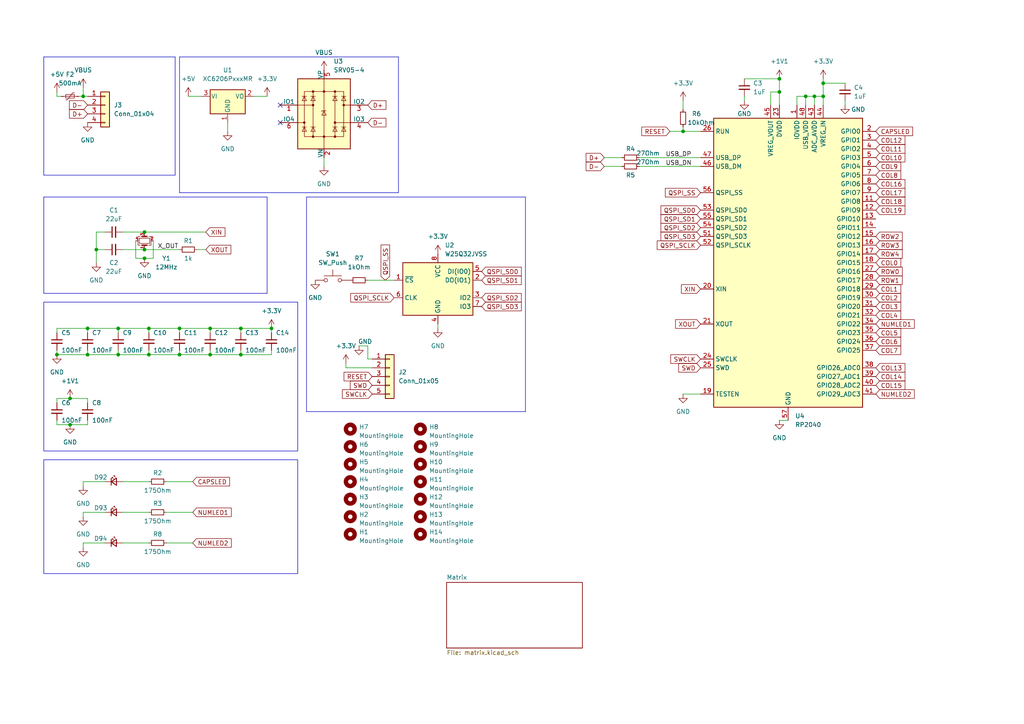
<source format=kicad_sch>
(kicad_sch (version 20230121) (generator eeschema)
  (paper "A4")
  (lib_symbols
    (symbol "Connector_Generic:Conn_01x04" (pin_names (offset 1.016) hide)
      (property "Reference" "J" (at 0 5.08 0))
      (property "Value" "Conn_01x04" (at 0 -7.62 0))
      (symbol "Conn_01x04_1_1"
        (rectangle (start -1.27 -4.953) (end 0 -5.207) (stroke (width 0.1524)))
        (rectangle (start -1.27 -2.413) (end 0 -2.667) (stroke (width 0.1524)))
        (rectangle (start -1.27 0.127) (end 0 -0.127) (stroke (width 0.1524)))
        (rectangle (start -1.27 2.667) (end 0 2.413) (stroke (width 0.1524)))
        (rectangle (start -1.27 3.81) (end 1.27 -6.35) (stroke (width 0.254)) (fill (type background)))
        (pin passive line (at -5.08 2.54 0) (length 3.81) (name "Pin_1") (number "1"))
        (pin passive line (at -5.08 0 0) (length 3.81) (name "Pin_2") (number "2"))
        (pin passive line (at -5.08 -2.54 0) (length 3.81) (name "Pin_3") (number "3"))
        (pin passive line (at -5.08 -5.08 0) (length 3.81) (name "Pin_4") (number "4"))
      )
    )
    (symbol "Connector_Generic:Conn_01x05" (pin_names (offset 1.016) hide)
      (property "Reference" "J" (at 0 7.62 0))
      (property "Value" "Conn_01x05" (at 0 -7.62 0))
      (symbol "Conn_01x05_1_1"
        (rectangle (start -1.27 -4.953) (end 0 -5.207) (stroke (width 0.1524)))
        (rectangle (start -1.27 -2.413) (end 0 -2.667) (stroke (width 0.1524)))
        (rectangle (start -1.27 0.127) (end 0 -0.127) (stroke (width 0.1524)))
        (rectangle (start -1.27 2.667) (end 0 2.413) (stroke (width 0.1524)))
        (rectangle (start -1.27 5.207) (end 0 4.953) (stroke (width 0.1524)))
        (rectangle (start -1.27 6.35) (end 1.27 -6.35) (stroke (width 0.254)) (fill (type background)))
        (pin passive line (at -5.08 5.08 0) (length 3.81) (name "Pin_1") (number "1"))
        (pin passive line (at -5.08 2.54 0) (length 3.81) (name "Pin_2") (number "2"))
        (pin passive line (at -5.08 0 0) (length 3.81) (name "Pin_3") (number "3"))
        (pin passive line (at -5.08 -2.54 0) (length 3.81) (name "Pin_4") (number "4"))
        (pin passive line (at -5.08 -5.08 0) (length 3.81) (name "Pin_5") (number "5"))
      )
    )
    (symbol "Device:C_Small" (pin_numbers hide) (pin_names (offset 0.254) hide)
      (property "Reference" "C" (at 0.254 1.778 0))
      (property "Value" "C_Small" (at 0.254 -2.032 0))
      (symbol "C_Small_0_1"
        (polyline (pts (xy -1.524 -0.508) (xy 1.524 -0.508)) (stroke (width 0.3302)))
        (polyline (pts (xy -1.524 0.508) (xy 1.524 0.508)) (stroke (width 0.3048)))
      )
      (symbol "C_Small_1_1"
        (pin passive line (at 0 2.54 270) (length 2.032) (name "~") (number "1"))
        (pin passive line (at 0 -2.54 90) (length 2.032) (name "~") (number "2"))
      )
    )
    (symbol "Device:Crystal_GND24_Small" (pin_names (offset 1.016) hide)
      (property "Reference" "Y" (at 1.27 4.445 0))
      (property "Value" "Crystal_GND24_Small" (at 1.27 2.54 0))
      (symbol "Crystal_GND24_Small_0_1"
        (rectangle (start -0.762 -1.524) (end 0.762 1.524))
        (polyline (pts (xy -1.27 -0.762) (xy -1.27 0.762)) (stroke (width 0.381)))
        (polyline (pts (xy 1.27 -0.762) (xy 1.27 0.762)) (stroke (width 0.381)))
        (polyline (pts (xy -1.27 -1.27) (xy -1.27 -1.905) (xy 1.27 -1.905) (xy 1.27 -1.27)))
        (polyline (pts (xy -1.27 1.27) (xy -1.27 1.905) (xy 1.27 1.905) (xy 1.27 1.27)))
      )
      (symbol "Crystal_GND24_Small_1_1"
        (pin passive line (at -2.54 0 0) (length 1.27) (name "1") (number "1"))
        (pin passive line (at 0 -2.54 90) (length 0.635) (name "2") (number "2"))
        (pin passive line (at 2.54 0 180) (length 1.27) (name "3") (number "3"))
        (pin passive line (at 0 2.54 270) (length 0.635) (name "4") (number "4"))
      )
    )
    (symbol "Device:Polyfuse_Small" (pin_numbers hide) (pin_names (offset 0))
      (property "Reference" "F" (at -1.905 0 90))
      (property "Value" "Polyfuse_Small" (at 1.905 0 90))
      (symbol "Polyfuse_Small_0_1"
        (rectangle (start -0.508 1.27) (end 0.508 -1.27))
        (polyline (pts (xy 0 2.54) (xy 0 -2.54)))
        (polyline (pts (xy -1.016 1.27) (xy -1.016 0.762) (xy 1.016 -0.762) (xy 1.016 -1.27)))
      )
      (symbol "Polyfuse_Small_1_1"
        (pin passive line (at 0 2.54 270) (length 0.635) (name "~") (number "1"))
        (pin passive line (at 0 -2.54 90) (length 0.635) (name "~") (number "2"))
      )
    )
    (symbol "Device:R_Small" (pin_numbers hide) (pin_names (offset 0.254) hide)
      (property "Reference" "R" (at 0.762 0.508 0))
      (property "Value" "R_Small" (at 0.762 -1.016 0))
      (symbol "R_Small_0_1"
        (rectangle (start -0.762 1.778) (end 0.762 -1.778) (stroke (width 0.2032)))
      )
      (symbol "R_Small_1_1"
        (pin passive line (at 0 2.54 270) (length 0.762) (name "~") (number "1"))
        (pin passive line (at 0 -2.54 90) (length 0.762) (name "~") (number "2"))
      )
    )
    (symbol "MCU_RaspberryPi:RP2040"
      (property "Reference" "U" (at 17.78 45.72 0))
      (property "Value" "RP2040" (at 17.78 43.18 0))
      (symbol "RP2040_0_1"
        (rectangle (start -21.59 41.91) (end 21.59 -41.91) (stroke (width 0.254)) (fill (type background)))
      )
      (symbol "RP2040_1_1"
        (pin power_in line (at 2.54 45.72 270) (length 3.81) (name "IOVDD") (number "1"))
        (pin passive line (at 2.54 45.72 270) (length 3.81) hide (name "IOVDD") (number "10"))
        (pin bidirectional line (at 25.4 17.78 180) (length 3.81) (name "GPIO8") (number "11"))
        (pin bidirectional line (at 25.4 15.24 180) (length 3.81) (name "GPIO9") (number "12"))
        (pin bidirectional line (at 25.4 12.7 180) (length 3.81) (name "GPIO10") (number "13"))
        (pin bidirectional line (at 25.4 10.16 180) (length 3.81) (name "GPIO11") (number "14"))
        (pin bidirectional line (at 25.4 7.62 180) (length 3.81) (name "GPIO12") (number "15"))
        (pin bidirectional line (at 25.4 5.08 180) (length 3.81) (name "GPIO13") (number "16"))
        (pin bidirectional line (at 25.4 2.54 180) (length 3.81) (name "GPIO14") (number "17"))
        (pin bidirectional line (at 25.4 0 180) (length 3.81) (name "GPIO15") (number "18"))
        (pin input line (at -25.4 -38.1 0) (length 3.81) (name "TESTEN") (number "19"))
        (pin bidirectional line (at 25.4 38.1 180) (length 3.81) (name "GPIO0") (number "2"))
        (pin input line (at -25.4 -7.62 0) (length 3.81) (name "XIN") (number "20"))
        (pin passive line (at -25.4 -17.78 0) (length 3.81) (name "XOUT") (number "21"))
        (pin passive line (at 2.54 45.72 270) (length 3.81) hide (name "IOVDD") (number "22"))
        (pin power_in line (at -2.54 45.72 270) (length 3.81) (name "DVDD") (number "23"))
        (pin output line (at -25.4 -27.94 0) (length 3.81) (name "SWCLK") (number "24"))
        (pin bidirectional line (at -25.4 -30.48 0) (length 3.81) (name "SWD") (number "25"))
        (pin input line (at -25.4 38.1 0) (length 3.81) (name "RUN") (number "26"))
        (pin bidirectional line (at 25.4 -2.54 180) (length 3.81) (name "GPIO16") (number "27"))
        (pin bidirectional line (at 25.4 -5.08 180) (length 3.81) (name "GPIO17") (number "28"))
        (pin bidirectional line (at 25.4 -7.62 180) (length 3.81) (name "GPIO18") (number "29"))
        (pin bidirectional line (at 25.4 35.56 180) (length 3.81) (name "GPIO1") (number "3"))
        (pin bidirectional line (at 25.4 -10.16 180) (length 3.81) (name "GPIO19") (number "30"))
        (pin bidirectional line (at 25.4 -12.7 180) (length 3.81) (name "GPIO20") (number "31"))
        (pin bidirectional line (at 25.4 -15.24 180) (length 3.81) (name "GPIO21") (number "32"))
        (pin passive line (at 2.54 45.72 270) (length 3.81) hide (name "IOVDD") (number "33"))
        (pin bidirectional line (at 25.4 -17.78 180) (length 3.81) (name "GPIO22") (number "34"))
        (pin bidirectional line (at 25.4 -20.32 180) (length 3.81) (name "GPIO23") (number "35"))
        (pin bidirectional line (at 25.4 -22.86 180) (length 3.81) (name "GPIO24") (number "36"))
        (pin bidirectional line (at 25.4 -25.4 180) (length 3.81) (name "GPIO25") (number "37"))
        (pin bidirectional line (at 25.4 -30.48 180) (length 3.81) (name "GPIO26_ADC0") (number "38"))
        (pin bidirectional line (at 25.4 -33.02 180) (length 3.81) (name "GPIO27_ADC1") (number "39"))
        (pin bidirectional line (at 25.4 33.02 180) (length 3.81) (name "GPIO2") (number "4"))
        (pin bidirectional line (at 25.4 -35.56 180) (length 3.81) (name "GPIO28_ADC2") (number "40"))
        (pin bidirectional line (at 25.4 -38.1 180) (length 3.81) (name "GPIO29_ADC3") (number "41"))
        (pin passive line (at 2.54 45.72 270) (length 3.81) hide (name "IOVDD") (number "42"))
        (pin power_in line (at 7.62 45.72 270) (length 3.81) (name "ADC_AVDD") (number "43"))
        (pin power_in line (at 10.16 45.72 270) (length 3.81) (name "VREG_IN") (number "44"))
        (pin power_out line (at -5.08 45.72 270) (length 3.81) (name "VREG_VOUT") (number "45"))
        (pin bidirectional line (at -25.4 27.94 0) (length 3.81) (name "USB_DM") (number "46"))
        (pin bidirectional line (at -25.4 30.48 0) (length 3.81) (name "USB_DP") (number "47"))
        (pin power_in line (at 5.08 45.72 270) (length 3.81) (name "USB_VDD") (number "48"))
        (pin passive line (at 2.54 45.72 270) (length 3.81) hide (name "IOVDD") (number "49"))
        (pin bidirectional line (at 25.4 30.48 180) (length 3.81) (name "GPIO3") (number "5"))
        (pin passive line (at -2.54 45.72 270) (length 3.81) hide (name "DVDD") (number "50"))
        (pin bidirectional line (at -25.4 7.62 0) (length 3.81) (name "QSPI_SD3") (number "51"))
        (pin output line (at -25.4 5.08 0) (length 3.81) (name "QSPI_SCLK") (number "52"))
        (pin bidirectional line (at -25.4 15.24 0) (length 3.81) (name "QSPI_SD0") (number "53"))
        (pin bidirectional line (at -25.4 10.16 0) (length 3.81) (name "QSPI_SD2") (number "54"))
        (pin bidirectional line (at -25.4 12.7 0) (length 3.81) (name "QSPI_SD1") (number "55"))
        (pin bidirectional line (at -25.4 20.32 0) (length 3.81) (name "QSPI_SS") (number "56"))
        (pin power_in line (at 0 -45.72 90) (length 3.81) (name "GND") (number "57"))
        (pin bidirectional line (at 25.4 27.94 180) (length 3.81) (name "GPIO4") (number "6"))
        (pin bidirectional line (at 25.4 25.4 180) (length 3.81) (name "GPIO5") (number "7"))
        (pin bidirectional line (at 25.4 22.86 180) (length 3.81) (name "GPIO6") (number "8"))
        (pin bidirectional line (at 25.4 20.32 180) (length 3.81) (name "GPIO7") (number "9"))
      )
    )
    (symbol "Mechanical:MountingHole" (pin_names (offset 1.016))
      (property "Reference" "H" (at 0 5.08 0))
      (property "Value" "MountingHole" (at 0 3.175 0))
      (symbol "MountingHole_0_1"
        (circle (center 0 0) (radius 1.27) (stroke (width 1.27)))
      )
    )
    (symbol "Memory_Flash:W25Q32JVSS"
      (property "Reference" "U" (at -8.89 8.89 0))
      (property "Value" "W25Q32JVSS" (at 7.62 8.89 0))
      (symbol "W25Q32JVSS_0_1"
        (rectangle (start -10.16 7.62) (end 10.16 -7.62) (stroke (width 0.254)) (fill (type background)))
      )
      (symbol "W25Q32JVSS_1_1"
        (pin input line (at -12.7 2.54 0) (length 2.54) (name "~{CS}") (number "1"))
        (pin bidirectional line (at 12.7 2.54 180) (length 2.54) (name "DO(IO1)") (number "2"))
        (pin bidirectional line (at 12.7 -2.54 180) (length 2.54) (name "IO2") (number "3"))
        (pin power_in line (at 0 -10.16 90) (length 2.54) (name "GND") (number "4"))
        (pin bidirectional line (at 12.7 5.08 180) (length 2.54) (name "DI(IO0)") (number "5"))
        (pin input line (at -12.7 -2.54 0) (length 2.54) (name "CLK") (number "6"))
        (pin bidirectional line (at 12.7 -5.08 180) (length 2.54) (name "IO3") (number "7"))
        (pin power_in line (at 0 10.16 270) (length 2.54) (name "VCC") (number "8"))
      )
    )
    (symbol "Personalised:EverlightSMD,1.3x3.2" (pin_numbers hide) (pin_names (offset 0.254) hide)
      (property "Reference" "D92" (at -3.81 1.27 0))
      (symbol "EverlightSMD,1.3x3.2_0_1"
        (polyline (pts (xy -0.762 -1.016) (xy -0.762 1.016)) (stroke (width 0.254)))
        (polyline (pts (xy 1.016 0) (xy -0.762 0)))
        (polyline (pts (xy 0.762 -1.016) (xy -0.762 0) (xy 0.762 1.016) (xy 0.762 -1.016)) (stroke (width 0.254)))
        (polyline (pts (xy 0 0.762) (xy -0.508 1.27) (xy -0.254 1.27) (xy -0.508 1.27) (xy -0.508 1.016)))
        (polyline (pts (xy 0.508 1.27) (xy 0 1.778) (xy 0.254 1.778) (xy 0 1.778) (xy 0 1.524)))
      )
      (symbol "EverlightSMD,1.3x3.2_1_1"
        (pin passive line (at 2.54 0 180) (length 1.778) (name "A") (number "1"))
        (pin passive line (at -2.54 0 0) (length 1.778) (name "K") (number "2"))
      )
    )
    (symbol "Regulator_Linear:XC6206PxxxMR" (pin_names (offset 0.254))
      (property "Reference" "U" (at -3.81 3.175 0))
      (property "Value" "XC6206PxxxMR" (at 0 3.175 0))
      (symbol "XC6206PxxxMR_0_1"
        (rectangle (start -5.08 1.905) (end 5.08 -5.08) (stroke (width 0.254)) (fill (type background)))
      )
      (symbol "XC6206PxxxMR_1_1"
        (pin power_in line (at 0 -7.62 90) (length 2.54) (name "GND") (number "1"))
        (pin power_out line (at 7.62 0 180) (length 2.54) (name "VO") (number "2"))
        (pin power_in line (at -7.62 0 0) (length 2.54) (name "VI") (number "3"))
      )
    )
    (symbol "Switch:SW_Push" (pin_numbers hide) (pin_names (offset 1.016) hide)
      (property "Reference" "SW" (at 1.27 2.54 0))
      (property "Value" "SW_Push" (at 0 -1.524 0))
      (symbol "SW_Push_0_1"
        (circle (center -2.032 0) (radius 0.508))
        (polyline (pts (xy 0 1.27) (xy 0 3.048)))
        (polyline (pts (xy 2.54 1.27) (xy -2.54 1.27)))
        (circle (center 2.032 0) (radius 0.508))
        (pin passive line (at -5.08 0 0) (length 2.54) (name "1") (number "1"))
        (pin passive line (at 5.08 0 180) (length 2.54) (name "2") (number "2"))
      )
    )
    (symbol "marbastlib-various:SRV05-4" (pin_names (offset 0))
      (property "Reference" "U" (at -5.08 11.43 0))
      (property "Value" "SRV05-4" (at 2.54 11.43 0))
      (symbol "SRV05-4_0_0"
        (rectangle (start -5.715 6.477) (end 5.715 -6.604))
        (polyline (pts (xy -3.175 -6.604) (xy -3.175 6.477)))
        (polyline (pts (xy 3.175 6.477) (xy 3.175 -6.604)))
      )
      (symbol "SRV05-4_0_1"
        (rectangle (start -7.62 10.16) (end 7.62 -10.16) (stroke (width 0.254)) (fill (type background)))
        (circle (center -5.715 -2.54) (radius 0.2794) (fill (type outline)))
        (circle (center -3.175 -6.604) (radius 0.2794) (fill (type outline)))
        (circle (center -3.175 2.54) (radius 0.2794) (fill (type outline)))
        (circle (center -3.175 6.477) (radius 0.2794) (fill (type outline)))
        (circle (center 0 -6.604) (radius 0.2794) (fill (type outline)))
        (polyline (pts (xy -7.747 2.54) (xy -3.175 2.54)))
        (polyline (pts (xy -7.62 -2.54) (xy -5.715 -2.54)))
        (polyline (pts (xy -5.08 -3.81) (xy -6.35 -3.81)))
        (polyline (pts (xy -5.08 5.08) (xy -6.35 5.08)))
        (polyline (pts (xy -2.54 -3.81) (xy -3.81 -3.81)))
        (polyline (pts (xy -2.54 5.08) (xy -3.81 5.08)))
        (polyline (pts (xy 0 10.16) (xy 0 -10.16)))
        (polyline (pts (xy 3.81 -3.81) (xy 2.54 -3.81)))
        (polyline (pts (xy 3.81 5.08) (xy 2.54 5.08)))
        (polyline (pts (xy 6.35 -3.81) (xy 5.08 -3.81)))
        (polyline (pts (xy 6.35 5.08) (xy 5.08 5.08)))
        (polyline (pts (xy 7.62 -2.54) (xy 3.175 -2.54)))
        (polyline (pts (xy 7.62 2.54) (xy 5.715 2.54)))
        (polyline (pts (xy 0.635 0.889) (xy -0.635 0.889) (xy -0.635 0.635)))
        (polyline (pts (xy -5.08 -5.08) (xy -6.35 -5.08) (xy -5.715 -3.81) (xy -5.08 -5.08)))
        (polyline (pts (xy -5.08 3.81) (xy -6.35 3.81) (xy -5.715 5.08) (xy -5.08 3.81)))
        (polyline (pts (xy -2.54 -5.08) (xy -3.81 -5.08) (xy -3.175 -3.81) (xy -2.54 -5.08)))
        (polyline (pts (xy -2.54 3.81) (xy -3.81 3.81) (xy -3.175 5.08) (xy -2.54 3.81)))
        (polyline (pts (xy 0.635 -0.381) (xy -0.635 -0.381) (xy 0 0.889) (xy 0.635 -0.381)))
        (polyline (pts (xy 3.81 -5.08) (xy 2.54 -5.08) (xy 3.175 -3.81) (xy 3.81 -5.08)))
        (polyline (pts (xy 3.81 3.81) (xy 2.54 3.81) (xy 3.175 5.08) (xy 3.81 3.81)))
        (polyline (pts (xy 6.35 -5.08) (xy 5.08 -5.08) (xy 5.715 -3.81) (xy 6.35 -5.08)))
        (polyline (pts (xy 6.35 3.81) (xy 5.08 3.81) (xy 5.715 5.08) (xy 6.35 3.81)))
        (circle (center 0 6.477) (radius 0.2794) (fill (type outline)))
        (circle (center 3.175 -6.604) (radius 0.2794) (fill (type outline)))
        (circle (center 3.175 -2.54) (radius 0.2794) (fill (type outline)))
        (circle (center 3.175 6.477) (radius 0.2794) (fill (type outline)))
        (circle (center 5.715 2.54) (radius 0.2794) (fill (type outline)))
      )
      (symbol "SRV05-4_1_1"
        (pin passive line (at -12.7 2.54 0) (length 5.08) (name "IO1") (number "1"))
        (pin passive line (at 0 -12.7 90) (length 2.54) (name "VN") (number "2"))
        (pin passive line (at 12.7 2.54 180) (length 5.08) (name "IO2") (number "3"))
        (pin passive line (at 12.7 -2.54 180) (length 5.08) (name "IO3") (number "4"))
        (pin passive line (at 0 12.7 270) (length 2.54) (name "VP") (number "5"))
        (pin passive line (at -12.7 -2.54 0) (length 5.08) (name "IO4") (number "6"))
      )
    )
    (symbol "power:+1V1" (power) (pin_names (offset 0))
      (property "Value" "+1V1" (at 0 3.556 0))
      (symbol "+1V1_0_1"
        (polyline (pts (xy -0.762 1.27) (xy 0 2.54)))
        (polyline (pts (xy 0 0) (xy 0 2.54)))
        (polyline (pts (xy 0 2.54) (xy 0.762 1.27)))
      )
      (symbol "+1V1_1_1"
        (pin power_in line (at 0 0 90) (length 0) hide (name "+1V1") (number "1"))
      )
    )
    (symbol "power:+3.3V" (power) (pin_names (offset 0))
      (property "Value" "+3.3V" (at 0 3.556 0))
      (symbol "+3.3V_0_1"
        (polyline (pts (xy -0.762 1.27) (xy 0 2.54)))
        (polyline (pts (xy 0 0) (xy 0 2.54)))
        (polyline (pts (xy 0 2.54) (xy 0.762 1.27)))
      )
      (symbol "+3.3V_1_1"
        (pin power_in line (at 0 0 90) (length 0) hide (name "+3.3V") (number "1"))
      )
    )
    (symbol "power:+5V" (power) (pin_names (offset 0))
      (property "Value" "+5V" (at 0 3.556 0))
      (symbol "+5V_0_1"
        (polyline (pts (xy -0.762 1.27) (xy 0 2.54)))
        (polyline (pts (xy 0 0) (xy 0 2.54)))
        (polyline (pts (xy 0 2.54) (xy 0.762 1.27)))
      )
      (symbol "+5V_1_1"
        (pin power_in line (at 0 0 90) (length 0) hide (name "+5V") (number "1"))
      )
    )
    (symbol "power:GND" (power) (pin_names (offset 0))
      (property "Value" "GND" (at 0 -3.81 0))
      (symbol "GND_0_1"
        (polyline (pts (xy 0 0) (xy 0 -1.27) (xy 1.27 -1.27) (xy 0 -2.54) (xy -1.27 -1.27) (xy 0 -1.27)))
      )
      (symbol "GND_1_1"
        (pin power_in line (at 0 0 270) (length 0) hide (name "GND") (number "1"))
      )
    )
    (symbol "power:VBUS" (power) (pin_names (offset 0))
      (property "Value" "VBUS" (at 0 3.81 0))
      (symbol "VBUS_0_1"
        (polyline (pts (xy -0.762 1.27) (xy 0 2.54)))
        (polyline (pts (xy 0 0) (xy 0 2.54)))
        (polyline (pts (xy 0 2.54) (xy 0.762 1.27)))
      )
      (symbol "VBUS_1_1"
        (pin power_in line (at 0 0 90) (length 0) hide (name "VBUS") (number "1"))
      )
    )
  )
  (junction (at 41.91 67.31))
  (junction (at 233.68 27.94))
  (junction (at 69.85 95.25))
  (junction (at 236.22 27.94))
  (junction (at 20.32 123.19))
  (junction (at 69.85 102.87))
  (junction (at 34.29 95.25))
  (junction (at 43.18 102.87))
  (junction (at 16.51 102.87))
  (junction (at 27.94 72.39))
  (junction (at 43.18 95.25))
  (junction (at 78.74 95.25))
  (junction (at 226.06 22.86))
  (junction (at 41.91 72.39))
  (junction (at 52.07 102.87))
  (junction (at 41.91 74.93))
  (junction (at 60.96 95.25))
  (junction (at 198.12 38.1))
  (junction (at 34.29 102.87))
  (junction (at 226.06 26.67))
  (junction (at 25.4 95.25))
  (junction (at 60.96 102.87))
  (junction (at 52.07 95.25))
  (junction (at 25.4 102.87))
  (junction (at 24.13 27.94))
  (junction (at 238.76 24.13))
  (junction (at 238.76 27.94))
  (junction (at 20.32 115.57))
  (no_connect (at 81.28 35.56))
  (no_connect (at 81.28 30.48))
  (wire (pts (xy 60.96 101.6) (xy 60.96 102.87)))
  (polyline (pts (xy 50.8 16.51) (xy 12.7 16.51)))
  (wire (pts (xy 78.74 102.87) (xy 78.74 101.6)))
  (wire (pts (xy 16.51 102.87) (xy 25.4 102.87)))
  (wire (pts (xy 185.42 45.72) (xy 203.2 45.72)))
  (wire (pts (xy 226.06 22.86) (xy 226.06 26.67)))
  (wire (pts (xy 44.45 74.93) (xy 41.91 74.93)))
  (wire (pts (xy 25.4 95.25) (xy 34.29 95.25)))
  (wire (pts (xy 238.76 27.94) (xy 236.22 27.94)))
  (wire (pts (xy 127 93.98) (xy 127 95.25)))
  (wire (pts (xy 25.4 123.19) (xy 25.4 121.92)))
  (wire (pts (xy 41.91 72.39) (xy 52.07 72.39)))
  (wire (pts (xy 245.11 24.13) (xy 238.76 24.13)))
  (wire (pts (xy 194.31 38.1) (xy 198.12 38.1)))
  (wire (pts (xy 35.56 67.31) (xy 41.91 67.31)))
  (wire (pts (xy 24.13 158.75) (xy 24.13 157.48)))
  (wire (pts (xy 27.94 72.39) (xy 30.48 72.39)))
  (wire (pts (xy 44.45 69.85) (xy 44.45 74.93)))
  (polyline (pts (xy 88.9 119.38) (xy 152.4 119.38)))
  (wire (pts (xy 54.61 27.94) (xy 58.42 27.94)))
  (wire (pts (xy 16.51 115.57) (xy 16.51 116.84)))
  (wire (pts (xy 60.96 95.25) (xy 69.85 95.25)))
  (wire (pts (xy 60.96 95.25) (xy 60.96 96.52)))
  (wire (pts (xy 16.51 102.87) (xy 16.51 101.6)))
  (wire (pts (xy 25.4 115.57) (xy 25.4 116.84)))
  (wire (pts (xy 20.32 115.57) (xy 25.4 115.57)))
  (wire (pts (xy 106.68 100.33) (xy 104.14 100.33)))
  (wire (pts (xy 233.68 27.94) (xy 233.68 30.48)))
  (wire (pts (xy 106.68 81.28) (xy 114.3 81.28)))
  (polyline (pts (xy 50.8 50.8) (xy 50.8 16.51)))
  (wire (pts (xy 43.18 95.25) (xy 52.07 95.25)))
  (wire (pts (xy 215.9 22.86) (xy 226.06 22.86)))
  (wire (pts (xy 215.9 27.94) (xy 215.9 29.21)))
  (wire (pts (xy 34.29 102.87) (xy 34.29 101.6)))
  (wire (pts (xy 16.51 95.25) (xy 16.51 96.52)))
  (wire (pts (xy 69.85 102.87) (xy 69.85 101.6)))
  (wire (pts (xy 48.26 157.48) (xy 55.88 157.48)))
  (wire (pts (xy 106.68 104.14) (xy 107.95 104.14)))
  (wire (pts (xy 236.22 27.94) (xy 233.68 27.94)))
  (wire (pts (xy 185.42 48.26) (xy 203.2 48.26)))
  (wire (pts (xy 107.95 106.68) (xy 100.33 106.68)))
  (polyline (pts (xy 12.7 85.09) (xy 77.47 85.09)))
  (polyline (pts (xy 115.57 16.51) (xy 115.57 55.88)))
  (wire (pts (xy 175.26 45.72) (xy 180.34 45.72)))
  (wire (pts (xy 39.37 74.93) (xy 41.91 74.93)))
  (wire (pts (xy 27.94 67.31) (xy 27.94 72.39)))
  (wire (pts (xy 73.66 27.94) (xy 77.47 27.94)))
  (wire (pts (xy 52.07 102.87) (xy 60.96 102.87)))
  (polyline (pts (xy 77.47 57.15) (xy 12.7 57.15)))
  (wire (pts (xy 20.32 115.57) (xy 16.51 115.57)))
  (polyline (pts (xy 88.9 57.15) (xy 88.9 119.38)))
  (wire (pts (xy 226.06 121.92) (xy 228.6 121.92)))
  (wire (pts (xy 93.98 45.72) (xy 93.98 48.26)))
  (wire (pts (xy 57.15 72.39) (xy 59.69 72.39)))
  (polyline (pts (xy 12.7 50.8) (xy 50.8 50.8)))
  (wire (pts (xy 78.74 95.25) (xy 78.74 96.52)))
  (wire (pts (xy 24.13 140.97) (xy 24.13 139.7)))
  (wire (pts (xy 24.13 149.86) (xy 24.13 148.59)))
  (wire (pts (xy 20.32 123.19) (xy 25.4 123.19)))
  (wire (pts (xy 245.11 29.21) (xy 245.11 30.48)))
  (wire (pts (xy 35.56 139.7) (xy 43.18 139.7)))
  (wire (pts (xy 66.04 35.56) (xy 66.04 38.1)))
  (wire (pts (xy 100.33 106.68) (xy 100.33 105.41)))
  (wire (pts (xy 231.14 30.48) (xy 231.14 27.94)))
  (wire (pts (xy 34.29 102.87) (xy 43.18 102.87)))
  (wire (pts (xy 34.29 95.25) (xy 43.18 95.25)))
  (wire (pts (xy 43.18 102.87) (xy 43.18 101.6)))
  (wire (pts (xy 226.06 26.67) (xy 226.06 30.48)))
  (wire (pts (xy 238.76 30.48) (xy 238.76 27.94)))
  (wire (pts (xy 16.51 27.94) (xy 17.78 27.94)))
  (polyline (pts (xy 88.9 57.15) (xy 152.4 57.15)))
  (polyline (pts (xy 77.47 57.15) (xy 77.47 85.09)))
  (wire (pts (xy 52.07 95.25) (xy 52.07 96.52)))
  (wire (pts (xy 24.13 25.4) (xy 24.13 27.94)))
  (polyline (pts (xy 12.7 57.15) (xy 12.7 85.09)))
  (wire (pts (xy 25.4 102.87) (xy 34.29 102.87)))
  (wire (pts (xy 238.76 24.13) (xy 238.76 27.94)))
  (wire (pts (xy 27.94 67.31) (xy 30.48 67.31)))
  (wire (pts (xy 27.94 72.39) (xy 27.94 76.2)))
  (wire (pts (xy 25.4 95.25) (xy 25.4 96.52)))
  (wire (pts (xy 223.52 30.48) (xy 223.52 26.67)))
  (wire (pts (xy 69.85 95.25) (xy 78.74 95.25)))
  (wire (pts (xy 69.85 95.25) (xy 69.85 96.52)))
  (wire (pts (xy 34.29 95.25) (xy 34.29 96.52)))
  (wire (pts (xy 16.51 26.67) (xy 16.51 27.94)))
  (wire (pts (xy 198.12 29.21) (xy 198.12 31.75)))
  (wire (pts (xy 25.4 27.94) (xy 24.13 27.94)))
  (wire (pts (xy 231.14 27.94) (xy 233.68 27.94)))
  (wire (pts (xy 16.51 95.25) (xy 25.4 95.25)))
  (wire (pts (xy 35.56 148.59) (xy 43.18 148.59)))
  (wire (pts (xy 52.07 101.6) (xy 52.07 102.87)))
  (wire (pts (xy 198.12 36.83) (xy 198.12 38.1)))
  (wire (pts (xy 16.51 123.19) (xy 20.32 123.19)))
  (wire (pts (xy 175.26 48.26) (xy 180.34 48.26)))
  (wire (pts (xy 60.96 102.87) (xy 69.85 102.87)))
  (wire (pts (xy 198.12 38.1) (xy 203.2 38.1)))
  (wire (pts (xy 24.13 157.48) (xy 30.48 157.48)))
  (wire (pts (xy 16.51 121.92) (xy 16.51 123.19)))
  (wire (pts (xy 24.13 148.59) (xy 30.48 148.59)))
  (wire (pts (xy 24.13 139.7) (xy 30.48 139.7)))
  (wire (pts (xy 52.07 95.25) (xy 60.96 95.25)))
  (wire (pts (xy 43.18 95.25) (xy 43.18 96.52)))
  (wire (pts (xy 48.26 139.7) (xy 55.88 139.7)))
  (polyline (pts (xy 52.07 16.51) (xy 52.07 55.88)))
  (wire (pts (xy 24.13 27.94) (xy 22.86 27.94)))
  (wire (pts (xy 35.56 157.48) (xy 43.18 157.48)))
  (wire (pts (xy 35.56 72.39) (xy 41.91 72.39)))
  (wire (pts (xy 106.68 100.33) (xy 106.68 104.14)))
  (wire (pts (xy 238.76 24.13) (xy 238.76 22.86)))
  (polyline (pts (xy 152.4 119.38) (xy 152.4 57.15)))
  (wire (pts (xy 236.22 30.48) (xy 236.22 27.94)))
  (wire (pts (xy 198.12 114.3) (xy 203.2 114.3)))
  (wire (pts (xy 39.37 69.85) (xy 39.37 74.93)))
  (polyline (pts (xy 12.7 16.51) (xy 12.7 50.8)))
  (wire (pts (xy 223.52 26.67) (xy 226.06 26.67)))
  (wire (pts (xy 69.85 102.87) (xy 78.74 102.87)))
  (wire (pts (xy 25.4 101.6) (xy 25.4 102.87)))
  (polyline (pts (xy 52.07 16.51) (xy 115.57 16.51)))
  (wire (pts (xy 41.91 67.31) (xy 59.69 67.31)))
  (wire (pts (xy 48.26 148.59) (xy 55.88 148.59)))
  (polyline (pts (xy 115.57 55.88) (xy 52.07 55.88)))
  (wire (pts (xy 43.18 102.87) (xy 52.07 102.87)))
  (rectangle (start 12.7 87.63) (end 86.36 130.81))
  (rectangle (start 12.7 133.35) (end 86.36 166.37))
  (label "USB_DP" (at 193.04 45.72 0))
  (label "USB_DN" (at 193.04 48.26 0))
  (label "X_OUT" (at 45.72 72.39 0))
  (global_label "COL10" (shape input) (at 254 45.72 0) (property "Intersheetrefs" "${INTERSHEET_REFS}" (effects hide)))
  (global_label "COL4" (shape input) (at 254 91.44 0) (property "Intersheetrefs" "${INTERSHEET_REFS}" (effects hide)))
  (global_label "ROW2" (shape input) (at 254 68.58 0) (property "Intersheetrefs" "${INTERSHEET_REFS}" (effects hide)))
  (global_label "QSPI_SS" (shape input) (at 203.2 55.88 180) (property "Intersheetrefs" "${INTERSHEET_REFS}" (effects hide)))
  (global_label "QSPI_SD0" (shape input) (at 203.2 60.96 180) (property "Intersheetrefs" "${INTERSHEET_REFS}" (effects hide)))
  (global_label "QSPI_SD1" (shape input) (at 203.2 63.5 180) (property "Intersheetrefs" "${INTERSHEET_REFS}" (effects hide)))
  (global_label "QSPI_SD3" (shape input) (at 203.2 68.58 180) (property "Intersheetrefs" "${INTERSHEET_REFS}" (effects hide)))
  (global_label "CAPSLED" (shape input) (at 254 38.1 0) (property "Intersheetrefs" "${INTERSHEET_REFS}" (effects hide)))
  (global_label "NUMLED1" (shape input) (at 254 93.98 0) (property "Intersheetrefs" "${INTERSHEET_REFS}" (effects hide)))
  (global_label "COL18" (shape input) (at 254 58.42 0) (property "Intersheetrefs" "${INTERSHEET_REFS}" (effects hide)))
  (global_label "COL5" (shape input) (at 254 96.52 0) (property "Intersheetrefs" "${INTERSHEET_REFS}" (effects hide)))
  (global_label "XIN" (shape input) (at 59.69 67.31 0) (property "Intersheetrefs" "${INTERSHEET_REFS}" (effects hide)))
  (global_label "COL2" (shape input) (at 254 86.36 0) (property "Intersheetrefs" "${INTERSHEET_REFS}" (effects hide)))
  (global_label "COL17" (shape input) (at 254 55.88 0) (property "Intersheetrefs" "${INTERSHEET_REFS}" (effects hide)))
  (global_label "QSPI_SD3" (shape input) (at 139.7 88.9 0) (property "Intersheetrefs" "${INTERSHEET_REFS}" (effects hide)))
  (global_label "ROW3" (shape input) (at 254 71.12 0) (property "Intersheetrefs" "${INTERSHEET_REFS}" (effects hide)))
  (global_label "ROW1" (shape input) (at 254 81.28 0) (property "Intersheetrefs" "${INTERSHEET_REFS}" (effects hide)))
  (global_label "D-" (shape input) (at 175.26 48.26 180) (property "Intersheetrefs" "${INTERSHEET_REFS}" (effects hide)))
  (global_label "XIN" (shape input) (at 203.2 83.82 180) (property "Intersheetrefs" "${INTERSHEET_REFS}" (effects hide)))
  (global_label "D+" (shape input) (at 175.26 45.72 180) (property "Intersheetrefs" "${INTERSHEET_REFS}" (effects hide)))
  (global_label "COL14" (shape input) (at 254 109.22 0) (property "Intersheetrefs" "${INTERSHEET_REFS}" (effects hide)))
  (global_label "COL19" (shape input) (at 254 60.96 0) (property "Intersheetrefs" "${INTERSHEET_REFS}" (effects hide)))
  (global_label "D+" (shape input) (at 106.68 30.48 0) (property "Intersheetrefs" "${INTERSHEET_REFS}" (effects hide)))
  (global_label "ROW0" (shape input) (at 254 78.74 0) (property "Intersheetrefs" "${INTERSHEET_REFS}" (effects hide)))
  (global_label "SWD" (shape input) (at 107.95 111.76 180) (property "Intersheetrefs" "${INTERSHEET_REFS}" (effects hide)))
  (global_label "COL3" (shape input) (at 254 88.9 0) (property "Intersheetrefs" "${INTERSHEET_REFS}" (effects hide)))
  (global_label "COL7" (shape input) (at 254 101.6 0) (property "Intersheetrefs" "${INTERSHEET_REFS}" (effects hide)))
  (global_label "QSPI_SD2" (shape input) (at 139.7 86.36 0) (property "Intersheetrefs" "${INTERSHEET_REFS}" (effects hide)))
  (global_label "RESET" (shape input) (at 107.95 109.22 180) (property "Intersheetrefs" "${INTERSHEET_REFS}" (effects hide)))
  (global_label "COL13" (shape input) (at 254 106.68 0) (property "Intersheetrefs" "${INTERSHEET_REFS}" (effects hide)))
  (global_label "SWD" (shape input) (at 203.2 106.68 180) (property "Intersheetrefs" "${INTERSHEET_REFS}" (effects hide)))
  (global_label "COL9" (shape input) (at 254 48.26 0) (property "Intersheetrefs" "${INTERSHEET_REFS}" (effects hide)))
  (global_label "QSPI_SCLK" (shape input) (at 114.3 86.36 180) (property "Intersheetrefs" "${INTERSHEET_REFS}" (effects hide)))
  (global_label "XOUT" (shape input) (at 59.69 72.39 0) (property "Intersheetrefs" "${INTERSHEET_REFS}" (effects hide)))
  (global_label "D-" (shape input) (at 25.4 30.48 180) (property "Intersheetrefs" "${INTERSHEET_REFS}" (effects hide)))
  (global_label "COL1" (shape input) (at 254 83.82 0) (property "Intersheetrefs" "${INTERSHEET_REFS}" (effects hide)))
  (global_label "D-" (shape input) (at 106.68 35.56 0) (property "Intersheetrefs" "${INTERSHEET_REFS}" (effects hide)))
  (global_label "COL15" (shape input) (at 254 111.76 0) (property "Intersheetrefs" "${INTERSHEET_REFS}" (effects hide)))
  (global_label "QSPI_SD0" (shape input) (at 139.7 78.74 0) (property "Intersheetrefs" "${INTERSHEET_REFS}" (effects hide)))
  (global_label "COL11" (shape input) (at 254 43.18 0) (property "Intersheetrefs" "${INTERSHEET_REFS}" (effects hide)))
  (global_label "SWCLK" (shape input) (at 107.95 114.3 180) (property "Intersheetrefs" "${INTERSHEET_REFS}" (effects hide)))
  (global_label "QSPI_SD1" (shape input) (at 139.7 81.28 0) (property "Intersheetrefs" "${INTERSHEET_REFS}" (effects hide)))
  (global_label "COL12" (shape input) (at 254 40.64 0) (property "Intersheetrefs" "${INTERSHEET_REFS}" (effects hide)))
  (global_label "COL8" (shape input) (at 254 50.8 0) (property "Intersheetrefs" "${INTERSHEET_REFS}" (effects hide)))
  (global_label "COL16" (shape input) (at 254 53.34 0) (property "Intersheetrefs" "${INTERSHEET_REFS}" (effects hide)))
  (global_label "QSPI_SCLK" (shape input) (at 203.2 71.12 180) (property "Intersheetrefs" "${INTERSHEET_REFS}" (effects hide)))
  (global_label "NUMLED2" (shape input) (at 254 114.3 0) (property "Intersheetrefs" "${INTERSHEET_REFS}" (effects hide)))
  (global_label "COL0" (shape input) (at 254 76.2 0) (property "Intersheetrefs" "${INTERSHEET_REFS}" (effects hide)))
  (global_label "COL6" (shape input) (at 254 99.06 0) (property "Intersheetrefs" "${INTERSHEET_REFS}" (effects hide)))
  (global_label "NUMLED1" (shape input) (at 55.88 148.59 0) (property "Intersheetrefs" "${INTERSHEET_REFS}" (effects hide)))
  (global_label "RESET" (shape input) (at 194.31 38.1 180) (property "Intersheetrefs" "${INTERSHEET_REFS}" (effects hide)))
  (global_label "QSPI_SS" (shape input) (at 111.76 81.28 90) (property "Intersheetrefs" "${INTERSHEET_REFS}" (effects hide)))
  (global_label "CAPSLED" (shape input) (at 55.88 139.7 0) (property "Intersheetrefs" "${INTERSHEET_REFS}" (effects hide)))
  (global_label "QSPI_SD2" (shape input) (at 203.2 66.04 180) (property "Intersheetrefs" "${INTERSHEET_REFS}" (effects hide)))
  (global_label "D+" (shape input) (at 25.4 33.02 180) (property "Intersheetrefs" "${INTERSHEET_REFS}" (effects hide)))
  (global_label "SWCLK" (shape input) (at 203.2 104.14 180) (property "Intersheetrefs" "${INTERSHEET_REFS}" (effects hide)))
  (global_label "NUMLED2" (shape input) (at 55.88 157.48 0) (property "Intersheetrefs" "${INTERSHEET_REFS}" (effects hide)))
  (global_label "ROW4" (shape input) (at 254 73.66 0) (property "Intersheetrefs" "${INTERSHEET_REFS}" (effects hide)))
  (global_label "XOUT" (shape input) (at 203.2 93.98 180) (property "Intersheetrefs" "${INTERSHEET_REFS}" (effects hide)))
  (symbol (lib_id "Device:C_Small") (at 69.85 99.06 0) (unit 1)
    (property "Reference" "C13" (at 71.12 96.5199 0) (effects (justify left)))
    (property "Value" "100nF" (at 71.12 101.5999 0) (effects (justify left)))
    (property "Footprint" "Capacitor_SMD:C_0402_1005Metric" (effects hide))
    (property "LCSC" "C1525" (effects hide))
  )
  (symbol (lib_id "Device:C_Small") (at 34.29 99.06 0) (unit 1)
    (property "Reference" "C9" (at 35.56 96.5199 0) (effects (justify left)))
    (property "Value" "100nF" (at 35.56 101.5999 0) (effects (justify left)))
    (property "Footprint" "Capacitor_SMD:C_0402_1005Metric" (effects hide))
    (property "LCSC" "C1525" (effects hide))
  )
  (symbol (lib_id "Switch:SW_Push") (at 96.52 81.28 0) (unit 1)
    (property "Reference" "SW1" (at 96.52 73.66 0))
    (property "Value" "SW_Push" (at 96.52 76.2 0))
    (property "Footprint" "Button_Switch_SMD:SW_SPST_TL3342" (effects hide))
  )
  (symbol (lib_id "MCU_RaspberryPi:RP2040") (at 228.6 76.2 0) (unit 1)
    (property "Reference" "U4" (at 230.6194 120.65 0) (effects (justify left)))
    (property "Value" "RP2040" (at 230.6194 123.19 0) (effects (justify left)))
    (property "Footprint" "Sleep-lib:RP2040-QFN-56" (effects hide))
    (property "Datasheet" "https://datasheets.raspberrypi.com/rp2040/rp2040-datasheet.pdf" (effects hide))
  )
  (symbol (lib_id "Connector_Generic:Conn_01x04") (at 30.48 30.48 0) (unit 1)
    (property "Reference" "J3" (at 33.02 30.4799 0) (effects (justify left)))
    (property "Value" "Conn_01x04" (at 33.02 33.0199 0) (effects (justify left)))
    (property "Footprint" "Connector_Molex:Molex_Pico-EZmate_78171-0004_1x04-1MP_P1.20mm_Vertical" (effects hide))
  )
  (symbol (lib_id "marbastlib-various:SRV05-4") (at 93.98 33.02 0) (unit 1)
    (property "Reference" "U3" (at 96.7487 17.78 0) (effects (justify left)))
    (property "Value" "SRV05-4" (at 96.7487 20.32 0) (effects (justify left)))
    (property "Footprint" "marbastlib-various:SOT-23-6-routable" (effects hide))
    (property "Datasheet" "http://www.onsemi.com/pub/Collateral/SRV05-4-D.PDF" (effects hide))
  )
  (symbol (lib_id "Device:C_Small") (at 245.11 26.67 0) (unit 1)
    (property "Reference" "C4" (at 247.65 25.4062 0) (effects (justify left)))
    (property "Value" "1uF" (at 247.65 27.9462 0) (effects (justify left)))
    (property "Footprint" "Capacitor_SMD:C_0402_1005Metric" (effects hide))
  )
  (symbol (lib_id "Mechanical:MountingHole") (at 121.92 139.7 0) (unit 1)
    (property "Reference" "H11" (at 124.46 139.065 0) (effects (justify left)))
    (property "Value" "MountingHole" (at 124.46 141.605 0) (effects (justify left)))
    (property "Footprint" "Personalised:Tadpole Pin" (effects hide))
  )
  (symbol (lib_id "Device:C_Small") (at 33.02 72.39 90) (unit 1)
    (property "Reference" "C2" (at 33.02 76.2 90))
    (property "Value" "22uF" (at 33.02 78.74 90))
    (property "Footprint" "Capacitor_SMD:C_0402_1005Metric" (effects hide))
  )
  (symbol (lib_id "power:GND") (at 24.13 140.97 0) (unit 1)
    (property "Reference" "#PWR01" (effects hide))
    (property "Value" "GND" (at 24.13 146.05 0))
  )
  (symbol (lib_id "Device:R_Small") (at 45.72 139.7 90) (unit 1)
    (property "Reference" "R2" (at 45.72 137.16 90))
    (property "Value" "175Ohm" (at 45.72 142.24 90))
    (property "Footprint" "Resistor_SMD:R_0402_1005Metric" (effects hide))
  )
  (symbol (lib_id "Device:R_Small") (at 45.72 157.48 90) (unit 1)
    (property "Reference" "R8" (at 45.72 154.94 90))
    (property "Value" "175Ohm" (at 45.72 160.02 90))
    (property "Footprint" "Resistor_SMD:R_0402_1005Metric" (effects hide))
  )
  (symbol (lib_id "Device:C_Small") (at 52.07 99.06 0) (unit 1)
    (property "Reference" "C11" (at 53.34 96.5199 0) (effects (justify left)))
    (property "Value" "100nF" (at 53.34 101.5999 0) (effects (justify left)))
    (property "Footprint" "Capacitor_SMD:C_0402_1005Metric" (effects hide))
    (property "LCSC" "C1525" (effects hide))
  )
  (symbol (lib_id "power:GND") (at 127 95.25 0) (unit 1)
    (property "Reference" "#PWR0118" (effects hide))
    (property "Value" "GND" (at 127 100.33 0))
  )
  (symbol (lib_id "power:GND") (at 24.13 158.75 0) (unit 1)
    (property "Reference" "#PWR03" (effects hide))
    (property "Value" "GND" (at 24.13 163.83 0))
  )
  (symbol (lib_id "power:GND") (at 27.94 76.2 0) (unit 1)
    (property "Reference" "#PWR0111" (effects hide))
    (property "Value" "GND" (at 27.94 81.28 0))
  )
  (symbol (lib_id "Device:R_Small") (at 54.61 72.39 90) (unit 1)
    (property "Reference" "R1" (at 54.61 69.85 90))
    (property "Value" "1k" (at 54.61 74.93 90))
    (property "Footprint" "Resistor_SMD:R_0402_1005Metric" (effects hide))
  )
  (symbol (lib_id "Device:Crystal_GND24_Small") (at 41.91 69.85 90) (unit 1)
    (property "Reference" "Y1" (at 48.26 74.93 90))
    (property "Value" "12MHz" (at 48.26 77.47 90))
    (property "Footprint" "Crystal:Crystal_SMD_3225-4Pin_3.2x2.5mm" (effects hide))
  )
  (symbol (lib_id "power:GND") (at 215.9 29.21 0) (unit 1)
    (property "Reference" "#PWR0109" (effects hide))
    (property "Value" "GND" (at 215.9 33.02 0))
  )
  (symbol (lib_id "power:+5V") (at 54.61 27.94 0) (unit 1)
    (property "Reference" "#PWR0117" (effects hide))
    (property "Value" "+5V" (at 54.61 22.86 0))
  )
  (symbol (lib_id "Mechanical:MountingHole") (at 121.92 124.46 0) (unit 1)
    (property "Reference" "H8" (at 124.46 123.825 0) (effects (justify left)))
    (property "Value" "MountingHole" (at 124.46 126.365 0) (effects (justify left)))
    (property "Footprint" "Personalised:Tadpole Pin" (effects hide))
  )
  (symbol (lib_id "Device:C_Small") (at 33.02 67.31 90) (unit 1)
    (property "Reference" "C1" (at 33.0263 60.96 90))
    (property "Value" "22uF" (at 33.0263 63.5 90))
    (property "Footprint" "Capacitor_SMD:C_0402_1005Metric" (effects hide))
  )
  (symbol (lib_id "power:+3.3V") (at 127 73.66 0) (unit 1)
    (property "Reference" "#PWR0130" (effects hide))
    (property "Value" "+3.3V" (at 127 68.58 0))
  )
  (symbol (lib_id "Device:C_Small") (at 60.96 99.06 0) (unit 1)
    (property "Reference" "C12" (at 62.23 96.5199 0) (effects (justify left)))
    (property "Value" "100nF" (at 62.23 101.5999 0) (effects (justify left)))
    (property "Footprint" "Capacitor_SMD:C_0402_1005Metric" (effects hide))
    (property "LCSC" "C1525" (effects hide))
  )
  (symbol (lib_id "Mechanical:MountingHole") (at 101.6 129.54 0) (unit 1)
    (property "Reference" "H6" (at 104.14 128.905 0) (effects (justify left)))
    (property "Value" "MountingHole" (at 104.14 131.445 0) (effects (justify left)))
    (property "Footprint" "Personalised:Tadpole Pin" (effects hide))
  )
  (symbol (lib_id "Device:C_Small") (at 16.51 119.38 0) (unit 1)
    (property "Reference" "C6" (at 17.78 116.8399 0) (effects (justify left)))
    (property "Value" "100nF" (at 17.78 121.9199 0) (effects (justify left)))
    (property "Footprint" "Capacitor_SMD:C_0402_1005Metric" (effects hide))
    (property "LCSC" "C1525" (effects hide))
  )
  (symbol (lib_id "Personalised:EverlightSMD,1.3x3.2") (at 33.02 139.7 0) (unit 1)
    (property "Reference" "D92" (at 29.21 138.43 0))
    (property "Value" "EverlightSMD,1.3x3.2" (effects hide))
    (property "Footprint" "Personalised:EverlightSMD,1.3x3.2" (effects hide))
  )
  (symbol (lib_id "Mechanical:MountingHole") (at 121.92 154.94 0) (unit 1)
    (property "Reference" "H14" (at 124.46 154.305 0) (effects (justify left)))
    (property "Value" "MountingHole" (at 124.46 156.845 0) (effects (justify left)))
    (property "Footprint" "Personalised:Tadpole Pin" (effects hide))
  )
  (symbol (lib_id "power:GND") (at 66.04 38.1 0) (unit 1)
    (property "Reference" "#PWR0119" (effects hide))
    (property "Value" "GND" (at 66.04 43.18 0))
  )
  (symbol (lib_id "Personalised:EverlightSMD,1.3x3.2") (at 33.02 148.59 0) (unit 1)
    (property "Reference" "D93" (at 29.21 147.32 0))
    (property "Value" "EverlightSMD,1.3x3.2" (effects hide))
    (property "Footprint" "Personalised:EverlightSMD,1.3x3.2" (effects hide))
  )
  (symbol (lib_id "Mechanical:MountingHole") (at 121.92 129.54 0) (unit 1)
    (property "Reference" "H9" (at 124.46 128.905 0) (effects (justify left)))
    (property "Value" "MountingHole" (at 124.46 131.445 0) (effects (justify left)))
    (property "Footprint" "Personalised:Tadpole Pin" (effects hide))
  )
  (symbol (lib_id "Device:C_Small") (at 78.74 99.06 0) (unit 1)
    (property "Reference" "C14" (at 80.01 96.5199 0) (effects (justify left)))
    (property "Value" "100nF" (at 80.01 101.5999 0) (effects (justify left)))
    (property "Footprint" "Capacitor_SMD:C_0402_1005Metric" (effects hide))
    (property "LCSC" "C1525" (effects hide))
  )
  (symbol (lib_id "Device:R_Small") (at 182.88 45.72 90) (unit 1)
    (property "Reference" "R4" (at 182.88 43.18 90))
    (property "Value" "27Ohm" (at 187.96 44.45 90))
    (property "Footprint" "Resistor_SMD:R_0402_1005Metric" (effects hide))
  )
  (symbol (lib_id "power:GND") (at 104.14 100.33 0) (unit 1)
    (property "Reference" "#PWR0105" (effects hide))
    (property "Value" "GND" (at 107.95 99.06 0) (effects (justify right)))
  )
  (symbol (lib_id "power:GND") (at 25.4 35.56 0) (unit 1)
    (property "Reference" "#PWR0127" (effects hide))
    (property "Value" "GND" (at 25.4 40.64 0))
  )
  (symbol (lib_id "Device:C_Small") (at 43.18 99.06 0) (unit 1)
    (property "Reference" "C10" (at 44.45 96.5199 0) (effects (justify left)))
    (property "Value" "100nF" (at 44.45 101.5999 0) (effects (justify left)))
    (property "Footprint" "Capacitor_SMD:C_0402_1005Metric" (effects hide))
    (property "LCSC" "C1525" (effects hide))
  )
  (symbol (lib_id "Memory_Flash:W25Q32JVSS") (at 127 83.82 0) (unit 1)
    (property "Reference" "U2" (at 129.0194 71.12 0) (effects (justify left)))
    (property "Value" "W25Q32JVSS" (at 129.0194 73.66 0) (effects (justify left)))
    (property "Footprint" "Package_SON:WSON-8-1EP_6x5mm_P1.27mm_EP3.4x4.3mm" (effects hide))
    (property "Datasheet" "http://www.winbond.com/resource-files/w25q32jv%20revg%2003272018%20plus.pdf" (effects hide))
  )
  (symbol (lib_id "power:GND") (at 16.51 102.87 0) (unit 1)
    (property "Reference" "#PWR0123" (effects hide))
    (property "Value" "GND" (at 16.51 107.95 0))
  )
  (symbol (lib_id "Mechanical:MountingHole") (at 121.92 149.86 0) (unit 1)
    (property "Reference" "H13" (at 124.46 149.225 0) (effects (justify left)))
    (property "Value" "MountingHole" (at 124.46 151.765 0) (effects (justify left)))
    (property "Footprint" "Personalised:Tadpole Pin" (effects hide))
  )
  (symbol (lib_id "power:GND") (at 245.11 30.48 0) (unit 1)
    (property "Reference" "#PWR0108" (effects hide))
    (property "Value" "GND" (at 248.92 31.75 0))
  )
  (symbol (lib_id "Mechanical:MountingHole") (at 121.92 144.78 0) (unit 1)
    (property "Reference" "H12" (at 124.46 144.145 0) (effects (justify left)))
    (property "Value" "MountingHole" (at 124.46 146.685 0) (effects (justify left)))
    (property "Footprint" "Personalised:Tadpole Pin" (effects hide))
  )
  (symbol (lib_id "power:GND") (at 24.13 149.86 0) (unit 1)
    (property "Reference" "#PWR02" (effects hide))
    (property "Value" "GND" (at 24.13 154.94 0))
  )
  (symbol (lib_id "Mechanical:MountingHole") (at 101.6 124.46 0) (unit 1)
    (property "Reference" "H7" (at 104.14 123.825 0) (effects (justify left)))
    (property "Value" "MountingHole" (at 104.14 126.365 0) (effects (justify left)))
    (property "Footprint" "Personalised:Tadpole Pin" (effects hide))
  )
  (symbol (lib_id "power:GND") (at 41.91 74.93 0) (unit 1)
    (property "Reference" "#PWR0112" (effects hide))
    (property "Value" "GND" (at 41.91 80.01 0))
  )
  (symbol (lib_id "power:GND") (at 198.12 114.3 0) (unit 1)
    (property "Reference" "#PWR0107" (effects hide))
    (property "Value" "GND" (at 198.12 119.38 0))
  )
  (symbol (lib_id "Device:R_Small") (at 45.72 148.59 90) (unit 1)
    (property "Reference" "R3" (at 45.72 146.05 90))
    (property "Value" "175Ohm" (at 45.72 151.13 90))
    (property "Footprint" "Resistor_SMD:R_0402_1005Metric" (effects hide))
  )
  (symbol (lib_id "Mechanical:MountingHole") (at 101.6 149.86 0) (unit 1)
    (property "Reference" "H2" (at 104.14 149.225 0) (effects (justify left)))
    (property "Value" "MountingHole" (at 104.14 151.765 0) (effects (justify left)))
    (property "Footprint" "Personalised:Tadpole Pin" (effects hide))
  )
  (symbol (lib_id "Device:R_Small") (at 198.12 34.29 0) (unit 1)
    (property "Reference" "R6" (at 200.66 33.0199 0) (effects (justify left)))
    (property "Value" "10kOhm" (at 199.39 35.56 0) (effects (justify left)))
    (property "Footprint" "Resistor_SMD:R_0402_1005Metric" (effects hide))
  )
  (symbol (lib_id "power:+3.3V") (at 198.12 29.21 0) (unit 1)
    (property "Reference" "#PWR0113" (effects hide))
    (property "Value" "+3.3V" (at 198.12 24.13 0))
  )
  (symbol (lib_id "Mechanical:MountingHole") (at 101.6 144.78 0) (unit 1)
    (property "Reference" "H3" (at 104.14 144.145 0) (effects (justify left)))
    (property "Value" "MountingHole" (at 104.14 146.685 0) (effects (justify left)))
    (property "Footprint" "Personalised:Tadpole Pin" (effects hide))
  )
  (symbol (lib_id "Device:C_Small") (at 16.51 99.06 0) (unit 1)
    (property "Reference" "C5" (at 17.78 96.5199 0) (effects (justify left)))
    (property "Value" "100nF" (at 17.78 101.5999 0) (effects (justify left)))
    (property "Footprint" "Capacitor_SMD:C_0402_1005Metric" (effects hide))
    (property "LCSC" "C52923" (effects hide))
  )
  (symbol (lib_id "Connector_Generic:Conn_01x05") (at 113.03 109.22 0) (unit 1)
    (property "Reference" "J2" (at 115.57 107.9499 0) (effects (justify left)))
    (property "Value" "Conn_01x05" (at 115.57 110.4899 0) (effects (justify left)))
    (property "Footprint" "Connector_PinHeader_2.54mm:PinHeader_1x05_P2.54mm_Vertical" (effects hide))
  )
  (symbol (lib_id "power:+3.3V") (at 78.74 95.25 0) (unit 1)
    (property "Reference" "#PWR0126" (effects hide))
    (property "Value" "+3.3V" (at 78.74 90.17 0))
  )
  (symbol (lib_id "power:+5V") (at 16.51 26.67 0) (unit 1)
    (property "Reference" "#PWR0128" (effects hide))
    (property "Value" "+5V" (at 16.51 21.59 0))
  )
  (symbol (lib_id "Mechanical:MountingHole") (at 101.6 134.62 0) (unit 1)
    (property "Reference" "H5" (at 104.14 133.985 0) (effects (justify left)))
    (property "Value" "MountingHole" (at 104.14 136.525 0) (effects (justify left)))
    (property "Footprint" "Personalised:Tadpole Pin" (effects hide))
  )
  (symbol (lib_id "power:GND") (at 91.44 81.28 0) (unit 1)
    (property "Reference" "#PWR0122" (effects hide))
    (property "Value" "GND" (at 91.44 86.36 0))
  )
  (symbol (lib_id "Device:C_Small") (at 25.4 119.38 0) (unit 1)
    (property "Reference" "C8" (at 26.67 116.8399 0) (effects (justify left)))
    (property "Value" "100nF" (at 26.67 121.9199 0) (effects (justify left)))
    (property "Footprint" "Capacitor_SMD:C_0402_1005Metric" (effects hide))
    (property "LCSC" "C1525" (effects hide))
  )
  (symbol (lib_id "Personalised:EverlightSMD,1.3x3.2") (at 33.02 157.48 0) (unit 1)
    (property "Reference" "D94" (at 29.21 156.21 0))
    (property "Value" "EverlightSMD,1.3x3.2" (effects hide))
    (property "Footprint" "Personalised:EverlightSMD,1.3x3.2" (effects hide))
  )
  (symbol (lib_id "power:GND") (at 226.06 121.92 0) (unit 1)
    (property "Reference" "#PWR0106" (effects hide))
    (property "Value" "GND" (at 226.06 127 0))
  )
  (symbol (lib_id "Mechanical:MountingHole") (at 101.6 154.94 0) (unit 1)
    (property "Reference" "H1" (at 104.14 154.305 0) (effects (justify left)))
    (property "Value" "MountingHole" (at 104.14 156.845 0) (effects (justify left)))
    (property "Footprint" "Personalised:Tadpole Pin" (effects hide))
  )
  (symbol (lib_id "Regulator_Linear:XC6206PxxxMR") (at 66.04 27.94 0) (unit 1)
    (property "Reference" "U1" (at 66.04 20.32 0))
    (property "Value" "XC6206PxxxMR" (at 66.04 22.86 0))
    (property "Footprint" "Package_TO_SOT_SMD:SOT-23" (effects hide))
    (property "Datasheet" "https://www.torexsemi.com/file/xc6206/XC6206.pdf" (effects hide))
  )
  (symbol (lib_id "Device:C_Small") (at 25.4 99.06 0) (unit 1)
    (property "Reference" "C7" (at 26.67 96.5199 0) (effects (justify left)))
    (property "Value" "100nF" (at 26.67 101.5999 0) (effects (justify left)))
    (property "Footprint" "Capacitor_SMD:C_0402_1005Metric" (effects hide))
    (property "LCSC" "C1525" (effects hide))
  )
  (symbol (lib_id "power:+1V1") (at 20.32 115.57 0) (unit 1)
    (property "Reference" "#PWR0124" (effects hide))
    (property "Value" "+1V1" (at 20.32 110.49 0))
  )
  (symbol (lib_id "power:+3.3V") (at 238.76 22.86 0) (unit 1)
    (property "Reference" "#PWR0115" (effects hide))
    (property "Value" "+3.3V" (at 238.76 17.78 0))
  )
  (symbol (lib_id "Device:C_Small") (at 215.9 25.4 0) (unit 1)
    (property "Reference" "C3" (at 218.44 24.1362 0) (effects (justify left)))
    (property "Value" "1uF" (at 218.44 26.6762 0) (effects (justify left)))
    (property "Footprint" "Capacitor_SMD:C_0402_1005Metric" (effects hide))
  )
  (symbol (lib_id "power:VBUS") (at 93.98 20.32 0) (unit 1)
    (property "Reference" "#PWR0120" (effects hide))
    (property "Value" "VBUS" (at 93.98 15.24 0))
  )
  (symbol (lib_id "power:VBUS") (at 24.13 25.4 0) (unit 1)
    (property "Reference" "#PWR0129" (effects hide))
    (property "Value" "VBUS" (at 24.13 20.32 0))
  )
  (symbol (lib_id "power:+3.3V") (at 100.33 105.41 0) (unit 1)
    (property "Reference" "#PWR0110" (effects hide))
    (property "Value" "+3.3V" (at 100.33 100.33 0))
  )
  (symbol (lib_id "Device:R_Small") (at 104.14 81.28 270) (unit 1)
    (property "Reference" "R7" (at 104.14 74.93 90))
    (property "Value" "1kOhm" (at 104.14 77.47 90))
    (property "Footprint" "Resistor_SMD:R_0402_1005Metric" (effects hide))
  )
  (symbol (lib_id "Device:Polyfuse_Small") (at 20.32 27.94 90) (unit 1)
    (property "Reference" "F2" (at 20.32 21.59 90))
    (property "Value" "500mA" (at 20.32 24.13 90))
    (property "Footprint" "Fuse:Fuse_1206_3216Metric" (effects hide))
  )
  (symbol (lib_id "power:GND") (at 93.98 48.26 0) (unit 1)
    (property "Reference" "#PWR0121" (effects hide))
    (property "Value" "GND" (at 93.98 53.34 0))
  )
  (symbol (lib_id "Device:R_Small") (at 182.88 48.26 90) (unit 1)
    (property "Reference" "R5" (at 182.88 50.8 90))
    (property "Value" "27Ohm" (at 187.96 46.99 90))
    (property "Footprint" "Resistor_SMD:R_0402_1005Metric" (effects hide))
  )
  (symbol (lib_id "Mechanical:MountingHole") (at 121.92 134.62 0) (unit 1)
    (property "Reference" "H10" (at 124.46 133.985 0) (effects (justify left)))
    (property "Value" "MountingHole" (at 124.46 136.525 0) (effects (justify left)))
    (property "Footprint" "Personalised:Tadpole Pin" (effects hide))
  )
  (symbol (lib_id "power:GND") (at 20.32 123.19 0) (unit 1)
    (property "Reference" "#PWR0125" (effects hide))
    (property "Value" "GND" (at 20.32 128.27 0))
  )
  (symbol (lib_id "Mechanical:MountingHole") (at 101.6 139.7 0) (unit 1)
    (property "Reference" "H4" (at 104.14 139.065 0) (effects (justify left)))
    (property "Value" "MountingHole" (at 104.14 141.605 0) (effects (justify left)))
    (property "Footprint" "Personalised:Tadpole Pin" (effects hide))
  )
  (symbol (lib_id "power:+1V1") (at 226.06 22.86 0) (unit 1)
    (property "Reference" "#PWR0114" (effects hide))
    (property "Value" "+1V1" (at 226.06 17.78 0))
  )
  (symbol (lib_id "power:+3.3V") (at 77.47 27.94 0) (unit 1)
    (property "Reference" "#PWR0116" (effects hide))
    (property "Value" "+3.3V" (at 77.47 22.86 0))
  )
  (sheet (at 129.54 168.91) (size 39.37 19.05) (stroke (width 0.1524))
    (property "Sheetname" "Matrix" (at 129.54 168.1984 0) (effects (justify left bottom)))
    (property "Sheetfile" "matrix.kicad_sch" (at 129.54 188.5446 0) (effects (justify left top)))
  )
)
</source>
